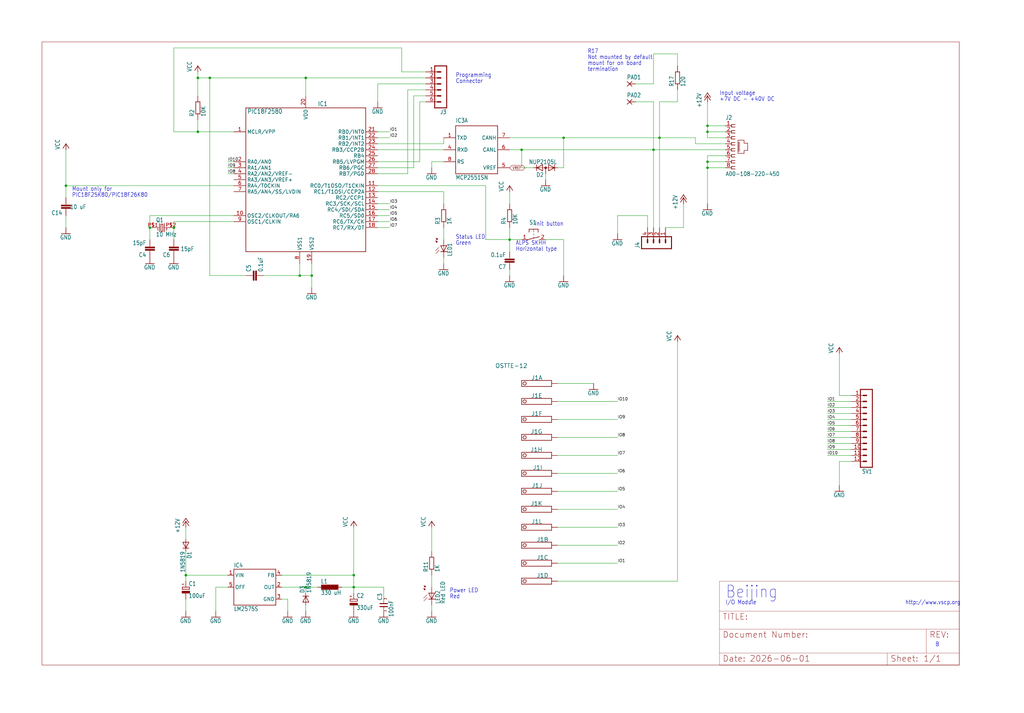
<source format=kicad_sch>
(kicad_sch (version 20250114) (generator "eeschema") (generator_version "9.0")
  (paper "User" 433.807 302.311)
  (lib_symbols
    (symbol "beijing_rev_B-eagle-import:+12V" (power)
      (symbol "+12V_1_0"
        (pin power_in line (at 0 -2.54 90) (length 2.54) (name "+12V") (number "1"))
      )
    )
    (symbol "beijing_rev_B-eagle-import:1,6/0,8"
      (property "Reference" "PAD" (at -1.143 1.8542 0))
      (symbol "1,6/0,8_1_0"
        (pin passive line (at 2.54 0 180) (length 2.54) (name "P") (number "1"))
      )
    )
    (symbol "beijing_rev_B-eagle-import:31-XX"
      (property "Reference" "S" (at -6.35 -1.905 90))
      (symbol "31-XX_1_0"
        (pin passive line (at 0 5.08 270) (length 2.54) (name "S") (number "2"))
        (pin passive line (at 0 -5.08 90) (length 2.54) (name "P") (number "1"))
      )
    )
    (symbol "beijing_rev_B-eagle-import:A00-108-220-450"
      (symbol "A00-108-220-450_1_0"
        (pin passive line (at 0 7.62 0) (length 2.54) (name "1") (number "1"))
        (pin passive line (at 0 5.08 0) (length 2.54) (name "2") (number "2"))
        (pin passive line (at 0 2.54 0) (length 2.54) (name "3") (number "3"))
        (pin passive line (at 0 0 0) (length 2.54) (name "4") (number "4"))
        (pin passive line (at 0 -2.54 0) (length 2.54) (name "5") (number "5"))
        (pin passive line (at 0 -5.08 0) (length 2.54) (name "6") (number "6"))
        (pin passive line (at 0 -7.62 0) (length 2.54) (name "7") (number "7"))
        (pin passive line (at 0 -10.16 0) (length 2.54) (name "8") (number "8"))
      )
    )
    (symbol "beijing_rev_B-eagle-import:C-EUC0805"
      (property "Reference" "C" (at 1.524 0.381 0))
      (symbol "C-EUC0805_1_0"
        (pin passive line (at 0 2.54 270) (length 2.54) (name "1") (number "1"))
        (pin passive line (at 0 -5.08 90) (length 2.54) (name "2") (number "2"))
      )
    )
    (symbol "beijing_rev_B-eagle-import:CNP-0805"
      (property "Reference" "C" (at 1.905 0.635 0))
      (symbol "CNP-0805_1_0"
        (text "1" (at -2.794 -1.27 0) (effects (font (size 0.8636 0.734)) (justify left bottom)))
        (text "2" (at 2.286 -1.27 0) (effects (font (size 0.8636 0.734)) (justify left bottom)))
        (pin passive line (at -2.54 0 0) (length 0) (name "1") (number "1"))
        (pin passive line (at 2.54 0 180) (length 0) (name "2") (number "2"))
      )
    )
    (symbol "beijing_rev_B-eagle-import:CPOL-EUD"
      (property "Reference" "C" (at 1.143 0.4826 0))
      (symbol "CPOL-EUD_1_0"
        (text "+" (at -0.5842 0.4064 900) (effects (font (size 1.27 1.0795)) (justify left bottom)))
        (pin passive line (at 0 2.54 270) (length 2.54) (name "+") (number "+"))
        (pin passive line (at 0 -5.08 90) (length 2.54) (name "-") (number "-"))
      )
    )
    (symbol "beijing_rev_B-eagle-import:DINA3_L"
      (symbol "DINA3_L_2_0"
        (text "TITLE:" (at 1.27 19.05 0) (effects (font (size 2.54 2.54)) (justify left bottom)))
        (text "Document Number:" (at 1.27 11.43 0) (effects (font (size 2.54 2.54)) (justify left bottom)))
        (text "Date:" (at 1.27 1.27 0) (effects (font (size 2.54 2.54)) (justify left bottom)))
        (text "${CURRENT_DATE}" (at 12.7 1.27 0) (effects (font (size 2.54 2.54)) (justify left bottom)))
        (text "${PROJECTNAME}" (at 17.78 19.05 0) (effects (font (size 2.54 2.54)) (justify left bottom)))
        (text "Sheet:" (at 72.39 1.27 0) (effects (font (size 2.54 2.54)) (justify left bottom)))
        (text "${#}/${##}" (at 86.36 1.27 0) (effects (font (size 2.54 2.54)) (justify left bottom)))
        (text "REV:" (at 88.9 11.43 0) (effects (font (size 2.54 2.54)) (justify left bottom)))
      )
    )
    (symbol "beijing_rev_B-eagle-import:DIODE-2CA|ACSOT23"
      (property "Reference" "D" (at 0.762 2.0066 0))
      (symbol "DIODE-2CA|ACSOT23_1_0"
        (pin passive line (at -5.08 0 0) (length 2.54) (name "K1") (number "1"))
        (pin passive line (at 0 2.54 270) (length 2.54) (name "A") (number "3"))
        (pin passive line (at 5.08 0 180) (length 2.54) (name "K2") (number "2"))
      )
    )
    (symbol "beijing_rev_B-eagle-import:DIODE-SOD123"
      (property "Reference" "D" (at 2.54 0.4826 0))
      (symbol "DIODE-SOD123_1_0"
        (pin passive line (at -2.54 0 0) (length 2.54) (name "A") (number "A"))
        (pin passive line (at 2.54 0 180) (length 2.54) (name "C") (number "C"))
      )
    )
    (symbol "beijing_rev_B-eagle-import:DO3316P"
      (property "Reference" "L" (at -3.81 1.4986 0))
      (symbol "DO3316P_1_0"
        (pin passive line (at -5.08 0 0) (length 2.54) (name "1") (number "1"))
        (pin passive line (at 5.08 0 180) (length 2.54) (name "2") (number "2"))
      )
    )
    (symbol "beijing_rev_B-eagle-import:GND" (power)
      (symbol "GND_1_0"
        (pin power_in line (at 0 2.54 270) (length 2.54) (name "GND") (number "1"))
      )
    )
    (symbol "beijing_rev_B-eagle-import:HC-49S"
      (symbol "HC-49S_1_0"
        (text "1" (at -2.159 -1.143 0) (effects (font (size 0.8636 0.734)) (justify left bottom)))
        (text "2" (at 1.524 -1.143 0) (effects (font (size 0.8636 0.734)) (justify left bottom)))
        (pin passive line (at -5.08 0 0) (length 2.54) (name "1") (number "P$1"))
        (pin passive line (at 5.08 0 180) (length 2.54) (name "2") (number "P$2"))
      )
    )
    (symbol "beijing_rev_B-eagle-import:LEDCHIP-LED0805"
      (property "Reference" "LED" (at 3.556 -4.572 90))
      (symbol "LEDCHIP-LED0805_1_0"
        (pin passive line (at 0 2.54 270) (length 2.54) (name "A") (number "A"))
        (pin passive line (at 0 -5.08 90) (length 2.54) (name "C") (number "C"))
      )
    )
    (symbol "beijing_rev_B-eagle-import:LM2575S"
      (property "Reference" "IC" (at -7.62 8.28 0))
      (symbol "LM2575S_1_0"
        (pin power_in line (at -10.16 5.08 0) (length 2.54) (name "VIN") (number "1"))
        (pin input line (at -10.16 0 0) (length 2.54) (name "OFF") (number "5"))
        (pin input line (at 12.7 5.08 180) (length 2.54) (name "FB") (number "4"))
        (pin output line (at 12.7 0 180) (length 2.54) (name "OUT") (number "2"))
        (pin power_in line (at 12.7 -5.08 180) (length 2.54) (name "GND") (number "3"))
      )
    )
    (symbol "beijing_rev_B-eagle-import:MA04-1"
      (property "Reference" "SV" (at -1.27 5.842 0))
      (symbol "MA04-1_1_0"
        (pin passive line (at 7.62 2.54 180) (length 5.08) (name "4") (number "4"))
        (pin passive line (at 7.62 0 180) (length 5.08) (name "3") (number "3"))
        (pin passive line (at 7.62 -2.54 180) (length 5.08) (name "2") (number "2"))
        (pin passive line (at 7.62 -5.08 180) (length 5.08) (name "1") (number "1"))
      )
    )
    (symbol "beijing_rev_B-eagle-import:MA06-1"
      (property "Reference" "SV" (at -1.27 8.382 0))
      (symbol "MA06-1_1_0"
        (pin passive line (at 7.62 5.08 180) (length 5.08) (name "6") (number "6"))
        (pin passive line (at 7.62 2.54 180) (length 5.08) (name "5") (number "5"))
        (pin passive line (at 7.62 0 180) (length 5.08) (name "4") (number "4"))
        (pin passive line (at 7.62 -2.54 180) (length 5.08) (name "3") (number "3"))
        (pin passive line (at 7.62 -5.08 180) (length 5.08) (name "2") (number "2"))
        (pin passive line (at 7.62 -7.62 180) (length 5.08) (name "1") (number "1"))
      )
    )
    (symbol "beijing_rev_B-eagle-import:MA12-1"
      (property "Reference" "SV" (at -1.27 18.542 0))
      (symbol "MA12-1_1_0"
        (pin passive line (at 7.62 15.24 180) (length 5.08) (name "12") (number "12"))
        (pin passive line (at 7.62 12.7 180) (length 5.08) (name "11") (number "11"))
        (pin passive line (at 7.62 10.16 180) (length 5.08) (name "10") (number "10"))
        (pin passive line (at 7.62 7.62 180) (length 5.08) (name "9") (number "9"))
        (pin passive line (at 7.62 5.08 180) (length 5.08) (name "8") (number "8"))
        (pin passive line (at 7.62 2.54 180) (length 5.08) (name "7") (number "7"))
        (pin passive line (at 7.62 0 180) (length 5.08) (name "6") (number "6"))
        (pin passive line (at 7.62 -2.54 180) (length 5.08) (name "5") (number "5"))
        (pin passive line (at 7.62 -5.08 180) (length 5.08) (name "4") (number "4"))
        (pin passive line (at 7.62 -7.62 180) (length 5.08) (name "3") (number "3"))
        (pin passive line (at 7.62 -10.16 180) (length 5.08) (name "2") (number "2"))
        (pin passive line (at 7.62 -12.7 180) (length 5.08) (name "1") (number "1"))
      )
    )
    (symbol "beijing_rev_B-eagle-import:MCP2551SN"
      (property "Reference" "U" (at -2.54 0 0))
      (symbol "MCP2551SN_1_0"
        (pin input line (at -15.24 5.08 0) (length 5.08) (name "TXD") (number "1"))
        (pin output line (at -15.24 0 0) (length 5.08) (name "RXD") (number "4"))
        (pin input line (at -15.24 -5.08 0) (length 5.08) (name "RS") (number "8"))
        (pin bidirectional line (at 12.7 5.08 180) (length 5.08) (name "CANH") (number "7"))
        (pin bidirectional line (at 12.7 0 180) (length 5.08) (name "CANL") (number "6"))
        (pin power_in line (at 12.7 -7.62 180) (length 5.08) (name "VREF") (number "5"))
      )
      (symbol "MCP2551SN_2_0"
        (text "VDD" (at 2.54 2.54 900) (effects (font (size 1.4224 1.209)) (justify left bottom)))
        (text "VDD" (at 2.54 2.54 900) (effects (font (size 1.4224 1.209)) (justify left bottom)))
        (text "VSS" (at 2.54 -7.62 900) (effects (font (size 1.4224 1.209)) (justify left bottom)))
        (text "VSS" (at 2.54 -7.62 900) (effects (font (size 1.4224 1.209)) (justify left bottom)))
        (pin power_in line (at 0 7.62 270) (length 5.08) (name "VDD") (number "3"))
        (pin power_in line (at 0 -7.62 90) (length 5.08) (name "VSS") (number "2"))
      )
    )
    (symbol "beijing_rev_B-eagle-import:OSTTE-12"
      (symbol "OSTTE-12_1_0"
        (pin passive line (at -7.62 0 0) (length 2.54) (name "K") (number "1"))
      )
      (symbol "OSTTE-12_2_0"
        (pin passive line (at -7.62 0 0) (length 2.54) (name "K") (number "10"))
      )
      (symbol "OSTTE-12_3_0"
        (pin passive line (at -7.62 0 0) (length 2.54) (name "K") (number "11"))
      )
      (symbol "OSTTE-12_4_0"
        (pin passive line (at -7.62 0 0) (length 2.54) (name "K") (number "12"))
      )
      (symbol "OSTTE-12_5_0"
        (pin passive line (at -7.62 0 0) (length 2.54) (name "K") (number "2"))
      )
      (symbol "OSTTE-12_6_0"
        (pin passive line (at -7.62 0 0) (length 2.54) (name "K") (number "3"))
      )
      (symbol "OSTTE-12_7_0"
        (pin passive line (at -7.62 0 0) (length 2.54) (name "K") (number "4"))
      )
      (symbol "OSTTE-12_8_0"
        (pin passive line (at -7.62 0 0) (length 2.54) (name "K") (number "5"))
      )
      (symbol "OSTTE-12_9_0"
        (pin passive line (at -7.62 0 0) (length 2.54) (name "K") (number "6"))
      )
      (symbol "OSTTE-12_10_0"
        (pin passive line (at -7.62 0 0) (length 2.54) (name "K") (number "7"))
      )
      (symbol "OSTTE-12_11_0"
        (pin passive line (at -7.62 0 0) (length 2.54) (name "K") (number "8"))
      )
      (symbol "OSTTE-12_12_0"
        (pin passive line (at -7.62 0 0) (length 2.54) (name "K") (number "9"))
      )
    )
    (symbol "beijing_rev_B-eagle-import:PIC18F252-?I/SO"
      (property "Reference" "IC" (at 5.08 31.115 0))
      (symbol "PIC18F252-?I/SO_1_0"
        (pin input line (at -30.48 20.32 0) (length 5.08) (name "MCLR/VPP") (number "1"))
        (pin bidirectional line (at -30.48 7.62 0) (length 5.08) (name "RA0/AN0") (number "2"))
        (pin bidirectional line (at -30.48 5.08 0) (length 5.08) (name "RA1/AN1") (number "3"))
        (pin bidirectional line (at -30.48 2.54 0) (length 5.08) (name "RA2/AN2/VREF-") (number "4"))
        (pin bidirectional line (at -30.48 0 0) (length 5.08) (name "RA3/AN3/VREF+") (number "5"))
        (pin open_collector line (at -30.48 -2.54 0) (length 5.08) (name "RA4/T0CKIN") (number "6"))
        (pin bidirectional line (at -30.48 -5.08 0) (length 5.08) (name "RA5/AN4/SS/LVDIN") (number "7"))
        (pin output line (at -30.48 -15.24 0) (length 5.08) (name "OSC2/CLKOUT/RA6") (number "10"))
        (pin input line (at -30.48 -17.78 0) (length 5.08) (name "OSC1/CLKIN") (number "9"))
        (pin power_in line (at -2.54 -35.56 90) (length 5.08) (name "VSS1") (number "8"))
        (pin power_in line (at 0 35.56 270) (length 5.08) (name "VDD") (number "20"))
        (pin power_in line (at 2.54 -35.56 90) (length 5.08) (name "VSS2") (number "19"))
        (pin bidirectional line (at 30.48 20.32 180) (length 5.08) (name "RB0/INT0") (number "21"))
        (pin bidirectional line (at 30.48 17.78 180) (length 5.08) (name "RB1/INT1") (number "22"))
        (pin bidirectional line (at 30.48 15.24 180) (length 5.08) (name "RB2/INT2") (number "23"))
        (pin bidirectional line (at 30.48 12.7 180) (length 5.08) (name "RB3/CCP2B") (number "24"))
        (pin bidirectional line (at 30.48 10.16 180) (length 5.08) (name "RB4") (number "25"))
        (pin bidirectional line (at 30.48 7.62 180) (length 5.08) (name "RB5/LVPGM") (number "26"))
        (pin bidirectional line (at 30.48 5.08 180) (length 5.08) (name "RB6/PGC") (number "27"))
        (pin bidirectional line (at 30.48 2.54 180) (length 5.08) (name "RB7/PGD") (number "28"))
        (pin bidirectional line (at 30.48 -2.54 180) (length 5.08) (name "RC0/T1OSO/T1CKIN") (number "11"))
        (pin bidirectional line (at 30.48 -5.08 180) (length 5.08) (name "RC1/T1OSI/CCP2A") (number "12"))
        (pin bidirectional line (at 30.48 -7.62 180) (length 5.08) (name "RC2/CCP1") (number "13"))
        (pin bidirectional line (at 30.48 -10.16 180) (length 5.08) (name "RC3/SCK/SCL") (number "14"))
        (pin bidirectional line (at 30.48 -12.7 180) (length 5.08) (name "RC4/SDI/SDA") (number "15"))
        (pin bidirectional line (at 30.48 -15.24 180) (length 5.08) (name "RC5/SD0") (number "16"))
        (pin bidirectional line (at 30.48 -17.78 180) (length 5.08) (name "RC6/TX/CK") (number "17"))
        (pin bidirectional line (at 30.48 -20.32 180) (length 5.08) (name "RC7/RX/DT") (number "18"))
      )
    )
    (symbol "beijing_rev_B-eagle-import:R-EU_R0805"
      (property "Reference" "R" (at -3.81 1.4986 0))
      (symbol "R-EU_R0805_1_0"
        (pin passive line (at -5.08 0 0) (length 2.54) (name "1") (number "1"))
        (pin passive line (at 5.08 0 180) (length 2.54) (name "2") (number "2"))
      )
    )
    (symbol "beijing_rev_B-eagle-import:VCC" (power)
      (symbol "VCC_1_0"
        (pin power_in line (at 0 -2.54 90) (length 2.54) (name "VCC") (number "1"))
      )
    )
  )
  (text "Status LED" (at 193.04 101.6 0) (effects (font (size 1.778 1.5113)) (justify left bottom)))
  (text "Mount only for" (at 30.48 81.28 0) (effects (font (size 1.778 1.5113)) (justify left bottom)))
  (text "B" (at 396.24 274.32 0) (effects (font (size 1.778 1.5113)) (justify left bottom)))
  (text "Init button" (at 238.76 93.98 0) (effects (font (size 1.778 1.5113)) (justify right top)))
  (text "R17" (at 248.92 22.86 0) (effects (font (size 1.778 1.5113)) (justify left bottom)))
  (text "ALPS SKHH" (at 218.44 104.14 0) (effects (font (size 1.778 1.5113)) (justify left bottom)))
  (text "Red" (at 190.5 254 0) (effects (font (size 1.778 1.5113)) (justify left bottom)))
  (text "http://www.vscp.org" (at 383.54 256.54 0) (effects (font (size 1.778 1.5113)) (justify left bottom)))
  (text "mount for on board" (at 248.92 27.94 0) (effects (font (size 1.778 1.5113)) (justify left bottom)))
  (text "I/O Module" (at 307.34 256.54 0) (effects (font (size 1.778 1.5113)) (justify left bottom)))
  (text "Not mounted by default" (at 248.92 25.4 0) (effects (font (size 1.778 1.5113)) (justify left bottom)))
  (text "Connector" (at 193.04 35.56 0) (effects (font (size 1.778 1.5113)) (justify left bottom)))
  (text "PIC18F25K80/PIC18F26K80" (at 30.48 83.82 0) (effects (font (size 1.778 1.5113)) (justify left bottom)))
  (text "Input voltage" (at 304.8 40.64 0) (effects (font (size 1.778 1.5113)) (justify left bottom)))
  (text "termination" (at 248.92 30.48 0) (effects (font (size 1.778 1.5113)) (justify left bottom)))
  (text "Power LED" (at 190.5 251.46 0) (effects (font (size 1.778 1.5113)) (justify left bottom)))
  (text "Beijing" (at 307.34 254 0) (effects (font (size 5.08 4.318)) (justify left bottom)))
  (text "Green" (at 193.04 104.14 0) (effects (font (size 1.778 1.5113)) (justify left bottom)))
  (text "Horizontal type" (at 218.44 106.68 0) (effects (font (size 1.778 1.5113)) (justify left bottom)))
  (text "+7V DC - +40V DC" (at 304.8 43.18 0) (effects (font (size 1.778 1.5113)) (justify left bottom)))
  (text "Programming" (at 193.04 33.02 0) (effects (font (size 1.778 1.5113)) (justify left bottom)))
  (junction (at 78.74 243.84))
  (junction (at 63.5 96.52))
  (junction (at 215.9 101.6))
  (junction (at 299.72 71.12))
  (junction (at 83.82 33.02))
  (junction (at 276.86 63.5))
  (junction (at 299.72 53.34))
  (junction (at 129.54 248.92))
  (junction (at 132.08 116.84))
  (junction (at 220.98 63.5))
  (junction (at 238.76 58.42))
  (junction (at 83.82 55.88))
  (junction (at 149.86 248.92))
  (junction (at 73.66 96.52))
  (junction (at 27.94 78.74))
  (junction (at 88.9 33.02))
  (junction (at 149.86 243.84))
  (junction (at 299.72 68.58))
  (junction (at 129.54 33.02))
  (junction (at 127 116.84))
  (junction (at 299.72 55.88))
  (junction (at 279.4 58.42))
  (wire (pts (xy 231.14 76.2) (xy 231.14 73.66)) (stroke (width 0.1524)))
  (wire (pts (xy 78.74 228.6) (xy 78.74 223.52)) (stroke (width 0.1524)))
  (wire (pts (xy 160.02 81.28) (xy 187.96 81.28)) (stroke (width 0.1524)))
  (wire (pts (xy 360.68 182.88) (xy 350.52 182.88)) (stroke (width 0.1524)))
  (wire (pts (xy 119.38 243.84) (xy 149.86 243.84)) (stroke (width 0.1524)))
  (wire (pts (xy 231.14 101.6) (xy 238.76 101.6)) (stroke (width 0.1524)))
  (wire (pts (xy 360.68 177.8) (xy 350.52 177.8)) (stroke (width 0.1524)))
  (wire (pts (xy 307.34 71.12) (xy 299.72 71.12)) (stroke (width 0.1524)))
  (wire (pts (xy 269.24 43.18) (xy 276.86 43.18)) (stroke (width 0.1524)))
  (wire (pts (xy 360.68 175.26) (xy 350.52 175.26)) (stroke (width 0.1524)))
  (wire (pts (xy 160.02 43.18) (xy 160.02 35.56)) (stroke (width 0.1524)))
  (wire (pts (xy 73.66 20.32) (xy 73.66 55.88)) (stroke (width 0.1524)))
  (wire (pts (xy 287.02 22.86) (xy 276.86 22.86)) (stroke (width 0.1524)))
  (wire (pts (xy 236.22 200.66) (xy 261.62 200.66)) (stroke (width 0.1524)))
  (wire (pts (xy 99.06 71.12) (xy 96.52 71.12)) (stroke (width 0.1524)))
  (wire (pts (xy 279.4 96.52) (xy 279.4 58.42)) (stroke (width 0.1524)))
  (wire (pts (xy 299.72 55.88) (xy 299.72 53.34)) (stroke (width 0.1524)))
  (wire (pts (xy 360.68 170.18) (xy 350.52 170.18)) (stroke (width 0.1524)))
  (wire (pts (xy 187.96 101.6) (xy 187.96 96.52)) (stroke (width 0.1524)))
  (wire (pts (xy 307.34 58.42) (xy 299.72 58.42)) (stroke (width 0.1524)))
  (wire (pts (xy 294.64 60.96) (xy 307.34 60.96)) (stroke (width 0.1524)))
  (wire (pts (xy 238.76 101.6) (xy 238.76 116.84)) (stroke (width 0.1524)))
  (wire (pts (xy 73.66 93.98) (xy 99.06 93.98)) (stroke (width 0.1524)))
  (wire (pts (xy 236.22 246.38) (xy 287.02 246.38)) (stroke (width 0.1524)))
  (wire (pts (xy 63.5 91.44) (xy 63.5 96.52)) (stroke (width 0.1524)))
  (wire (pts (xy 238.76 71.12) (xy 238.76 58.42)) (stroke (width 0.1524)))
  (wire (pts (xy 269.24 35.56) (xy 276.86 35.56)) (stroke (width 0.1524)))
  (wire (pts (xy 83.82 40.64) (xy 83.82 33.02)) (stroke (width 0.1524)))
  (wire (pts (xy 360.68 167.64) (xy 355.6 167.64)) (stroke (width 0.1524)))
  (wire (pts (xy 236.22 193.04) (xy 261.62 193.04)) (stroke (width 0.1524)))
  (wire (pts (xy 78.74 246.38) (xy 78.74 243.84)) (stroke (width 0.1524)))
  (wire (pts (xy 276.86 96.52) (xy 276.86 63.5)) (stroke (width 0.1524)))
  (wire (pts (xy 215.9 86.36) (xy 215.9 81.28)) (stroke (width 0.1524)))
  (wire (pts (xy 279.4 43.18) (xy 279.4 58.42)) (stroke (width 0.1524)))
  (wire (pts (xy 99.06 68.58) (xy 96.52 68.58)) (stroke (width 0.1524)))
  (wire (pts (xy 73.66 101.6) (xy 73.66 96.52)) (stroke (width 0.1524)))
  (wire (pts (xy 220.98 71.12) (xy 220.98 63.5)) (stroke (width 0.1524)))
  (wire (pts (xy 132.08 121.92) (xy 132.08 116.84)) (stroke (width 0.1524)))
  (wire (pts (xy 299.72 53.34) (xy 299.72 43.18)) (stroke (width 0.1524)))
  (wire (pts (xy 307.34 66.04) (xy 299.72 66.04)) (stroke (width 0.1524)))
  (wire (pts (xy 307.34 68.58) (xy 299.72 68.58)) (stroke (width 0.1524)))
  (wire (pts (xy 236.22 208.28) (xy 261.62 208.28)) (stroke (width 0.1524)))
  (wire (pts (xy 160.02 78.74) (xy 205.74 78.74)) (stroke (width 0.1524)))
  (wire (pts (xy 299.72 58.42) (xy 299.72 55.88)) (stroke (width 0.1524)))
  (wire (pts (xy 360.68 193.04) (xy 350.52 193.04)) (stroke (width 0.1524)))
  (wire (pts (xy 236.22 223.52) (xy 261.62 223.52)) (stroke (width 0.1524)))
  (wire (pts (xy 129.54 33.02) (xy 180.34 33.02)) (stroke (width 0.1524)))
  (wire (pts (xy 177.8 43.18) (xy 177.8 68.58)) (stroke (width 0.1524)))
  (wire (pts (xy 170.18 20.32) (xy 73.66 20.32)) (stroke (width 0.1524)))
  (wire (pts (xy 180.34 43.18) (xy 177.8 43.18)) (stroke (width 0.1524)))
  (wire (pts (xy 205.74 78.74) (xy 205.74 101.6)) (stroke (width 0.1524)))
  (wire (pts (xy 215.9 58.42) (xy 238.76 58.42)) (stroke (width 0.1524)))
  (wire (pts (xy 215.9 101.6) (xy 215.9 106.68)) (stroke (width 0.1524)))
  (wire (pts (xy 149.86 251.46) (xy 149.86 248.92)) (stroke (width 0.1524)))
  (wire (pts (xy 215.9 63.5) (xy 220.98 63.5)) (stroke (width 0.1524)))
  (wire (pts (xy 215.9 101.6) (xy 220.98 101.6)) (stroke (width 0.1524)))
  (wire (pts (xy 281.94 96.52) (xy 289.56 96.52)) (stroke (width 0.1524)))
  (wire (pts (xy 73.66 55.88) (xy 83.82 55.88)) (stroke (width 0.1524)))
  (wire (pts (xy 160.02 58.42) (xy 165.1 58.42)) (stroke (width 0.1524)))
  (wire (pts (xy 129.54 40.64) (xy 129.54 33.02)) (stroke (width 0.1524)))
  (wire (pts (xy 182.88 256.54) (xy 182.88 259.08)) (stroke (width 0.1524)))
  (wire (pts (xy 63.5 96.52) (xy 63.5 101.6)) (stroke (width 0.1524)))
  (wire (pts (xy 175.26 40.64) (xy 180.34 40.64)) (stroke (width 0.1524)))
  (wire (pts (xy 360.68 172.72) (xy 350.52 172.72)) (stroke (width 0.1524)))
  (wire (pts (xy 294.64 58.42) (xy 294.64 60.96)) (stroke (width 0.1524)))
  (wire (pts (xy 160.02 63.5) (xy 187.96 63.5)) (stroke (width 0.1524)))
  (wire (pts (xy 187.96 60.96) (xy 187.96 58.42)) (stroke (width 0.1524)))
  (wire (pts (xy 187.96 81.28) (xy 187.96 86.36)) (stroke (width 0.1524)))
  (wire (pts (xy 160.02 71.12) (xy 175.26 71.12)) (stroke (width 0.1524)))
  (wire (pts (xy 160.02 35.56) (xy 180.34 35.56)) (stroke (width 0.1524)))
  (wire (pts (xy 170.18 30.48) (xy 170.18 20.32)) (stroke (width 0.1524)))
  (wire (pts (xy 299.72 66.04) (xy 299.72 68.58)) (stroke (width 0.1524)))
  (wire (pts (xy 149.86 243.84) (xy 149.86 223.52)) (stroke (width 0.1524)))
  (wire (pts (xy 172.72 38.1) (xy 172.72 73.66)) (stroke (width 0.1524)))
  (wire (pts (xy 236.22 170.18) (xy 261.62 170.18)) (stroke (width 0.1524)))
  (wire (pts (xy 236.22 185.42) (xy 261.62 185.42)) (stroke (width 0.1524)))
  (wire (pts (xy 215.9 101.6) (xy 205.74 101.6)) (stroke (width 0.1524)))
  (wire (pts (xy 127 116.84) (xy 132.08 116.84)) (stroke (width 0.1524)))
  (wire (pts (xy 119.38 254) (xy 121.92 254)) (stroke (width 0.1524)))
  (wire (pts (xy 299.72 71.12) (xy 299.72 86.36)) (stroke (width 0.1524)))
  (wire (pts (xy 360.68 195.58) (xy 355.6 195.58)) (stroke (width 0.1524)))
  (wire (pts (xy 132.08 116.84) (xy 132.08 111.76)) (stroke (width 0.1524)))
  (wire (pts (xy 287.02 43.18) (xy 279.4 43.18)) (stroke (width 0.1524)))
  (wire (pts (xy 182.88 71.12) (xy 182.88 68.58)) (stroke (width 0.1524)))
  (wire (pts (xy 182.88 248.92) (xy 182.88 243.84)) (stroke (width 0.1524)))
  (wire (pts (xy 160.02 55.88) (xy 165.1 55.88)) (stroke (width 0.1524)))
  (wire (pts (xy 129.54 248.92) (xy 134.62 248.92)) (stroke (width 0.1524)))
  (wire (pts (xy 172.72 73.66) (xy 160.02 73.66)) (stroke (width 0.1524)))
  (wire (pts (xy 160.02 91.44) (xy 165.1 91.44)) (stroke (width 0.1524)))
  (wire (pts (xy 182.88 68.58) (xy 187.96 68.58)) (stroke (width 0.1524)))
  (wire (pts (xy 160.02 96.52) (xy 165.1 96.52)) (stroke (width 0.1524)))
  (wire (pts (xy 99.06 91.44) (xy 63.5 91.44)) (stroke (width 0.1524)))
  (wire (pts (xy 276.86 43.18) (xy 276.86 63.5)) (stroke (width 0.1524)))
  (wire (pts (xy 220.98 63.5) (xy 276.86 63.5)) (stroke (width 0.1524)))
  (wire (pts (xy 355.6 195.58) (xy 355.6 205.74)) (stroke (width 0.1524)))
  (wire (pts (xy 299.72 68.58) (xy 299.72 71.12)) (stroke (width 0.1524)))
  (wire (pts (xy 96.52 243.84) (xy 78.74 243.84)) (stroke (width 0.1524)))
  (wire (pts (xy 78.74 254) (xy 78.74 259.08)) (stroke (width 0.1524)))
  (wire (pts (xy 73.66 96.52) (xy 73.66 93.98)) (stroke (width 0.1524)))
  (wire (pts (xy 274.32 96.52) (xy 274.32 91.44)) (stroke (width 0.1524)))
  (wire (pts (xy 276.86 35.56) (xy 276.86 22.86)) (stroke (width 0.1524)))
  (wire (pts (xy 215.9 96.52) (xy 215.9 101.6)) (stroke (width 0.1524)))
  (wire (pts (xy 99.06 78.74) (xy 27.94 78.74)) (stroke (width 0.1524)))
  (wire (pts (xy 111.76 116.84) (xy 127 116.84)) (stroke (width 0.1524)))
  (wire (pts (xy 160.02 60.96) (xy 187.96 60.96)) (stroke (width 0.1524)))
  (wire (pts (xy 127 111.76) (xy 127 116.84)) (stroke (width 0.1524)))
  (wire (pts (xy 83.82 50.8) (xy 83.82 55.88)) (stroke (width 0.1524)))
  (wire (pts (xy 83.82 33.02) (xy 83.82 30.48)) (stroke (width 0.1524)))
  (wire (pts (xy 236.22 162.56) (xy 251.46 162.56)) (stroke (width 0.1524)))
  (wire (pts (xy 180.34 30.48) (xy 170.18 30.48)) (stroke (width 0.1524)))
  (wire (pts (xy 236.22 177.8) (xy 261.62 177.8)) (stroke (width 0.1524)))
  (wire (pts (xy 360.68 185.42) (xy 350.52 185.42)) (stroke (width 0.1524)))
  (wire (pts (xy 226.06 71.12) (xy 220.98 71.12)) (stroke (width 0.1524)))
  (wire (pts (xy 279.4 58.42) (xy 294.64 58.42)) (stroke (width 0.1524)))
  (wire (pts (xy 149.86 248.92) (xy 162.56 248.92)) (stroke (width 0.1524)))
  (wire (pts (xy 261.62 91.44) (xy 261.62 99.06)) (stroke (width 0.1524)))
  (wire (pts (xy 160.02 88.9) (xy 165.1 88.9)) (stroke (width 0.1524)))
  (wire (pts (xy 160.02 86.36) (xy 165.1 86.36)) (stroke (width 0.1524)))
  (wire (pts (xy 27.94 78.74) (xy 27.94 83.82)) (stroke (width 0.1524)))
  (wire (pts (xy 177.8 68.58) (xy 160.02 68.58)) (stroke (width 0.1524)))
  (wire (pts (xy 289.56 96.52) (xy 289.56 86.36)) (stroke (width 0.1524)))
  (wire (pts (xy 215.9 114.3) (xy 215.9 116.84)) (stroke (width 0.1524)))
  (wire (pts (xy 162.56 248.92) (xy 162.56 254)) (stroke (width 0.1524)))
  (wire (pts (xy 121.92 254) (xy 121.92 259.08)) (stroke (width 0.1524)))
  (wire (pts (xy 27.94 96.52) (xy 27.94 91.44)) (stroke (width 0.1524)))
  (wire (pts (xy 78.74 233.68) (xy 78.74 243.84)) (stroke (width 0.1524)))
  (wire (pts (xy 119.38 248.92) (xy 129.54 248.92)) (stroke (width 0.1524)))
  (wire (pts (xy 360.68 187.96) (xy 350.52 187.96)) (stroke (width 0.1524)))
  (wire (pts (xy 27.94 78.74) (xy 27.94 63.5)) (stroke (width 0.1524)))
  (wire (pts (xy 307.34 55.88) (xy 299.72 55.88)) (stroke (width 0.1524)))
  (wire (pts (xy 187.96 109.22) (xy 187.96 111.76)) (stroke (width 0.1524)))
  (wire (pts (xy 287.02 38.1) (xy 287.02 43.18)) (stroke (width 0.1524)))
  (wire (pts (xy 88.9 33.02) (xy 83.82 33.02)) (stroke (width 0.1524)))
  (wire (pts (xy 360.68 180.34) (xy 350.52 180.34)) (stroke (width 0.1524)))
  (wire (pts (xy 307.34 53.34) (xy 299.72 53.34)) (stroke (width 0.1524)))
  (wire (pts (xy 129.54 33.02) (xy 88.9 33.02)) (stroke (width 0.1524)))
  (wire (pts (xy 274.32 91.44) (xy 261.62 91.44)) (stroke (width 0.1524)))
  (wire (pts (xy 104.14 116.84) (xy 88.9 116.84)) (stroke (width 0.1524)))
  (wire (pts (xy 236.22 215.9) (xy 261.62 215.9)) (stroke (width 0.1524)))
  (wire (pts (xy 129.54 256.54) (xy 129.54 259.08)) (stroke (width 0.1524)))
  (wire (pts (xy 91.44 248.92) (xy 91.44 259.08)) (stroke (width 0.1524)))
  (wire (pts (xy 236.22 231.14) (xy 261.62 231.14)) (stroke (width 0.1524)))
  (wire (pts (xy 360.68 190.5) (xy 350.52 190.5)) (stroke (width 0.1524)))
  (wire (pts (xy 160.02 93.98) (xy 165.1 93.98)) (stroke (width 0.1524)))
  (wire (pts (xy 276.86 63.5) (xy 307.34 63.5)) (stroke (width 0.1524)))
  (wire (pts (xy 355.6 167.64) (xy 355.6 149.86)) (stroke (width 0.1524)))
  (wire (pts (xy 96.52 248.92) (xy 91.44 248.92)) (stroke (width 0.1524)))
  (wire (pts (xy 236.22 71.12) (xy 238.76 71.12)) (stroke (width 0.1524)))
  (wire (pts (xy 182.88 233.68) (xy 182.88 223.52)) (stroke (width 0.1524)))
  (wire (pts (xy 287.02 246.38) (xy 287.02 144.78)) (stroke (width 0.1524)))
  (wire (pts (xy 180.34 38.1) (xy 172.72 38.1)) (stroke (width 0.1524)))
  (wire (pts (xy 99.06 73.66) (xy 96.52 73.66)) (stroke (width 0.1524)))
  (wire (pts (xy 175.26 71.12) (xy 175.26 40.64)) (stroke (width 0.1524)))
  (wire (pts (xy 129.54 251.46) (xy 129.54 248.92)) (stroke (width 0.1524)))
  (wire (pts (xy 83.82 55.88) (xy 99.06 55.88)) (stroke (width 0.1524)))
  (wire (pts (xy 238.76 58.42) (xy 279.4 58.42)) (stroke (width 0.1524)))
  (wire (pts (xy 236.22 238.76) (xy 261.62 238.76)) (stroke (width 0.1524)))
  (wire (pts (xy 88.9 116.84) (xy 88.9 33.02)) (stroke (width 0.1524)))
  (wire (pts (xy 149.86 243.84) (xy 149.86 248.92)) (stroke (width 0.1524)))
  (wire (pts (xy 287.02 27.94) (xy 287.02 22.86)) (stroke (width 0.1524)))
  (wire (pts (xy 149.86 248.92) (xy 144.78 248.92)) (stroke (width 0.1524)))
  (label "IO8" (at 96.52 73.66 0) (effects (font (size 1.2446 1.2446))))
  (label "IO3" (at 350.52 175.26 0) (effects (font (size 1.2446 1.2446))))
  (label "IO1" (at 165.1 55.88 0) (effects (font (size 1.2446 1.2446))))
  (label "IO1" (at 261.62 238.76 0) (effects (font (size 1.2446 1.2446))))
  (label "IO7" (at 165.1 96.52 0) (effects (font (size 1.2446 1.2446))))
  (label "IO5" (at 165.1 91.44 0) (effects (font (size 1.2446 1.2446))))
  (label "IO5" (at 350.52 180.34 0) (effects (font (size 1.2446 1.2446))))
  (label "IO6" (at 350.52 182.88 0) (effects (font (size 1.2446 1.2446))))
  (label "IO2" (at 350.52 172.72 0) (effects (font (size 1.2446 1.2446))))
  (label "IO8" (at 261.62 185.42 0) (effects (font (size 1.2446 1.2446))))
  (label "IO4" (at 165.1 88.9 0) (effects (font (size 1.2446 1.2446))))
  (label "IO8" (at 350.52 187.96 0) (effects (font (size 1.2446 1.2446))))
  (label "IO7" (at 350.52 185.42 0) (effects (font (size 1.2446 1.2446))))
  (label "IO6" (at 261.62 200.66 0) (effects (font (size 1.2446 1.2446))))
  (label "IO9" (at 350.52 190.5 0) (effects (font (size 1.2446 1.2446))))
  (label "IO9" (at 96.52 71.12 0) (effects (font (size 1.2446 1.2446))))
  (label "IO9" (at 261.62 177.8 0) (effects (font (size 1.2446 1.2446))))
  (label "IO4" (at 261.62 215.9 0) (effects (font (size 1.2446 1.2446))))
  (label "IO10" (at 261.62 170.18 0) (effects (font (size 1.2446 1.2446))))
  (label "IO2" (at 165.1 58.42 0) (effects (font (size 1.2446 1.2446))))
  (label "IO3" (at 165.1 86.36 0) (effects (font (size 1.2446 1.2446))))
  (label "IO5" (at 261.62 208.28 0) (effects (font (size 1.2446 1.2446))))
  (label "IO2" (at 261.62 231.14 0) (effects (font (size 1.2446 1.2446))))
  (label "IO3" (at 261.62 223.52 0) (effects (font (size 1.2446 1.2446))))
  (label "IO4" (at 350.52 177.8 0) (effects (font (size 1.2446 1.2446))))
  (label "IO7" (at 261.62 193.04 0) (effects (font (size 1.2446 1.2446))))
  (label "IO1" (at 350.52 170.18 0) (effects (font (size 1.2446 1.2446))))
  (label "IO10" (at 350.52 193.04 0) (effects (font (size 1.2446 1.2446))))
  (label "IO6" (at 165.1 93.98 0) (effects (font (size 1.2446 1.2446))))
  (label "IO10" (at 96.52 68.58 0) (effects (font (size 1.2446 1.2446))))
  (global_label "VREF" (shape bidirectional) (at 215.9 71.12 0) (effects (font (size 1.016 1.016))) (property "Intersheetrefs" "${INTERSHEET_REFS}" (effects (hide yes))))
  (symbol (lib_id "beijing_rev_B-eagle-import:GND") (at 182.88 73.66 0) (unit 1)
    (property "Reference" "#GND12" (effects (hide yes)))
    (property "Value" "GND" (at 180.34 76.2 0) (effects (font (size 1.778 1.5113)) (justify left bottom)))
  )
  (symbol (lib_id "beijing_rev_B-eagle-import:OSTTE-12") (at 228.6 208.28 180) (unit 10)
    (property "Reference" "J1" (at 229.87 204.851 0) (effects (font (size 1.778 1.778)) (justify left bottom)))
    (property "Value" "OSTTE-12" (effects (hide yes)))
    (property "Footprint" "beijing_rev_B:PINHEAD-12" (effects (hide yes)))
  )
  (symbol (lib_id "beijing_rev_B-eagle-import:GND") (at 238.76 119.38 0) (unit 1)
    (property "Reference" "#GND11" (effects (hide yes)))
    (property "Value" "GND" (at 236.22 121.92 0) (effects (font (size 1.778 1.5113)) (justify left bottom)))
  )
  (symbol (lib_id "beijing_rev_B-eagle-import:LM2575S") (at 106.68 248.92 0) (unit 1)
    (property "Reference" "IC4" (at 99.06 240.64 0) (effects (font (size 1.778 1.5113)) (justify left bottom)))
    (property "Value" "LM2575S" (at 99.06 259.08 0) (effects (font (size 1.778 1.5113)) (justify left bottom)))
    (property "Footprint" "beijing_rev_B:TO263-5" (effects (hide yes)))
  )
  (symbol (lib_id "beijing_rev_B-eagle-import:R-EU_R0805") (at 83.82 45.72 90) (unit 1)
    (property "Reference" "R2" (at 82.3214 49.53 0) (effects (font (size 1.778 1.5113)) (justify left bottom)))
    (property "Value" "10K" (at 87.122 49.53 0) (effects (font (size 1.778 1.5113)) (justify left bottom)))
    (property "Footprint" "beijing_rev_B:R0805" (effects (hide yes)))
  )
  (symbol (lib_id "beijing_rev_B-eagle-import:DINA3_L") (at 304.8 281.94 0) (unit 2)
    (property "Reference" "#FRAME1" (effects (hide yes)))
    (property "Value" "DINA3_L" (effects (hide yes)))
  )
  (symbol (lib_id "beijing_rev_B-eagle-import:A00-108-220-450") (at 307.34 60.96 0) (unit 1)
    (property "Reference" "J2" (at 307.34 50.8 0) (effects (font (size 1.778 1.5113)) (justify left bottom)))
    (property "Value" "A00-108-220-450" (at 307.34 74.676 0) (effects (font (size 1.778 1.5113)) (justify left bottom)))
    (property "Footprint" "beijing_rev_B:RJ-45" (effects (hide yes)))
  )
  (symbol (lib_id "beijing_rev_B-eagle-import:GND") (at 63.5 111.76 0) (unit 1)
    (property "Reference" "#GND8" (effects (hide yes)))
    (property "Value" "GND" (at 60.96 114.3 0) (effects (font (size 1.778 1.5113)) (justify left bottom)))
  )
  (symbol (lib_id "beijing_rev_B-eagle-import:MA12-1") (at 368.3 180.34 180) (unit 1)
    (property "Reference" "SV1" (at 369.57 198.882 0) (effects (font (size 1.778 1.5113)) (justify left bottom)))
    (property "Value" "MA12-1" (effects (hide yes)))
    (property "Footprint" "beijing_rev_B:MA12-1" (effects (hide yes)))
  )
  (symbol (lib_id "beijing_rev_B-eagle-import:GND") (at 78.74 261.62 0) (unit 1)
    (property "Reference" "#GND7" (effects (hide yes)))
    (property "Value" "GND" (at 76.2 264.16 0) (effects (font (size 1.778 1.5113)) (justify left bottom)))
  )
  (symbol (lib_id "beijing_rev_B-eagle-import:R-EU_R0805") (at 287.02 33.02 90) (unit 1)
    (property "Reference" "R17" (at 285.5214 36.83 0) (effects (font (size 1.778 1.5113)) (justify left bottom)))
    (property "Value" "120" (at 290.322 36.83 0) (effects (font (size 1.778 1.5113)) (justify left bottom)))
    (property "Footprint" "beijing_rev_B:R0805" (effects (hide yes)))
  )
  (symbol (lib_id "beijing_rev_B-eagle-import:PIC18F252-?I/SO") (at 129.54 76.2 0) (unit 1)
    (property "Reference" "IC1" (at 134.62 45.085 0) (effects (font (size 1.905 1.6192)) (justify left bottom)))
    (property "Value" "PIC18F2580" (at 104.775 48.26 0) (effects (font (size 1.905 1.6192)) (justify left bottom)))
    (property "Footprint" "beijing_rev_B:SO28" (effects (hide yes)))
  )
  (symbol (lib_id "beijing_rev_B-eagle-import:OSTTE-12") (at 228.6 185.42 180) (unit 7)
    (property "Reference" "J1" (at 229.87 181.991 0) (effects (font (size 1.778 1.778)) (justify left bottom)))
    (property "Value" "OSTTE-12" (effects (hide yes)))
    (property "Footprint" "beijing_rev_B:PINHEAD-12" (effects (hide yes)))
  )
  (symbol (lib_id "beijing_rev_B-eagle-import:R-EU_R0805") (at 215.9 91.44 90) (unit 1)
    (property "Reference" "R4" (at 214.4014 95.25 0) (effects (font (size 1.778 1.5113)) (justify left bottom)))
    (property "Value" "10K" (at 219.202 95.25 0) (effects (font (size 1.778 1.5113)) (justify left bottom)))
    (property "Footprint" "beijing_rev_B:R0805" (effects (hide yes)))
  )
  (symbol (lib_id "beijing_rev_B-eagle-import:GND") (at 182.88 261.62 0) (unit 1)
    (property "Reference" "#GND27" (effects (hide yes)))
    (property "Value" "GND" (at 180.34 264.16 0) (effects (font (size 1.778 1.5113)) (justify left bottom)))
  )
  (symbol (lib_id "beijing_rev_B-eagle-import:GND") (at 187.96 114.3 0) (unit 1)
    (property "Reference" "#GND10" (effects (hide yes)))
    (property "Value" "GND" (at 185.42 116.84 0) (effects (font (size 1.778 1.5113)) (justify left bottom)))
  )
  (symbol (lib_id "beijing_rev_B-eagle-import:CPOL-EUD") (at 149.86 254 0) (unit 1)
    (property "Reference" "C2" (at 151.003 253.5174 0) (effects (font (size 1.778 1.5113)) (justify left bottom)))
    (property "Value" "330uF" (at 151.003 258.5974 0) (effects (font (size 1.778 1.5113)) (justify left bottom)))
    (property "Footprint" "beijing_rev_B:PANASONIC_D" (effects (hide yes)))
  )
  (symbol (lib_id "beijing_rev_B-eagle-import:LEDCHIP-LED0805") (at 187.96 104.14 0) (unit 1)
    (property "Reference" "LED1" (at 191.516 108.712 90) (effects (font (size 1.778 1.5113)) (justify left bottom)))
    (property "Value" "LEDCHIP-LED0805" (effects (hide yes)))
    (property "Footprint" "beijing_rev_B:CHIP-LED0805" (effects (hide yes)))
  )
  (symbol (lib_id "beijing_rev_B-eagle-import:C-EUC0805") (at 27.94 88.9 180) (unit 1)
    (property "Reference" "C14" (at 26.416 89.281 0) (effects (font (size 1.778 1.5113)) (justify left bottom)))
    (property "Value" "10 uF" (at 36.576 86.741 0) (effects (font (size 1.778 1.5113)) (justify left bottom)))
    (property "Footprint" "beijing_rev_B:C0805" (effects (hide yes)))
  )
  (symbol (lib_id "beijing_rev_B-eagle-import:GND") (at 215.9 119.38 0) (unit 1)
    (property "Reference" "#GND1" (effects (hide yes)))
    (property "Value" "GND" (at 213.36 121.92 0) (effects (font (size 1.778 1.5113)) (justify left bottom)))
  )
  (symbol (lib_id "beijing_rev_B-eagle-import:1,6/0,8") (at 266.7 35.56 0) (unit 1)
    (property "Reference" "PAD1" (at 265.557 33.7058 0) (effects (font (size 1.778 1.5113)) (justify left bottom)))
    (property "Value" "1,6/0,8" (effects (hide yes)))
    (property "Footprint" "beijing_rev_B:1,6_0,8" (effects (hide yes)))
  )
  (symbol (lib_id "beijing_rev_B-eagle-import:OSTTE-12") (at 228.6 200.66 180) (unit 9)
    (property "Reference" "J1" (at 229.87 197.231 0) (effects (font (size 1.778 1.778)) (justify left bottom)))
    (property "Value" "OSTTE-12" (effects (hide yes)))
    (property "Footprint" "beijing_rev_B:PINHEAD-12" (effects (hide yes)))
  )
  (symbol (lib_id "beijing_rev_B-eagle-import:OSTTE-12") (at 228.6 193.04 180) (unit 8)
    (property "Reference" "J1" (at 229.87 189.611 0) (effects (font (size 1.778 1.778)) (justify left bottom)))
    (property "Value" "OSTTE-12" (effects (hide yes)))
    (property "Footprint" "beijing_rev_B:PINHEAD-12" (effects (hide yes)))
  )
  (symbol (lib_id "beijing_rev_B-eagle-import:LEDCHIP-LED0805") (at 182.88 251.46 0) (unit 1)
    (property "Reference" "LED2" (at 186.436 256.032 90) (effects (font (size 1.778 1.5113)) (justify left bottom)))
    (property "Value" "Red LED" (at 188.595 256.032 90) (effects (font (size 1.778 1.5113)) (justify left bottom)))
    (property "Footprint" "beijing_rev_B:CHIP-LED0805" (effects (hide yes)))
  )
  (symbol (lib_id "beijing_rev_B-eagle-import:GND") (at 355.6 208.28 0) (unit 1)
    (property "Reference" "#GND19" (effects (hide yes)))
    (property "Value" "GND" (at 353.06 210.82 0) (effects (font (size 1.778 1.5113)) (justify left bottom)))
  )
  (symbol (lib_id "beijing_rev_B-eagle-import:OSTTE-12") (at 228.6 231.14 180) (unit 2)
    (property "Reference" "J1" (at 232.41 227.711 0) (effects (font (size 1.778 1.778)) (justify left bottom)))
    (property "Value" "OSTTE-12" (effects (hide yes)))
    (property "Footprint" "beijing_rev_B:PINHEAD-12" (effects (hide yes)))
  )
  (symbol (lib_id "beijing_rev_B-eagle-import:OSTTE-12") (at 228.6 170.18 180) (unit 5)
    (property "Reference" "J1" (at 229.87 166.751 0) (effects (font (size 1.778 1.778)) (justify left bottom)))
    (property "Value" "OSTTE-12" (effects (hide yes)))
    (property "Footprint" "beijing_rev_B:PINHEAD-12" (effects (hide yes)))
  )
  (symbol (lib_id "beijing_rev_B-eagle-import:C-EUC0805") (at 106.68 116.84 90) (unit 1)
    (property "Reference" "C5" (at 106.299 115.316 0) (effects (font (size 1.778 1.5113)) (justify left bottom)))
    (property "Value" "0.1uF" (at 111.379 115.316 0) (effects (font (size 1.778 1.5113)) (justify left bottom)))
    (property "Footprint" "beijing_rev_B:C0805" (effects (hide yes)))
  )
  (symbol (lib_id "beijing_rev_B-eagle-import:R-EU_R0805") (at 182.88 238.76 90) (unit 1)
    (property "Reference" "R11" (at 181.3814 242.57 0) (effects (font (size 1.778 1.5113)) (justify left bottom)))
    (property "Value" "1K" (at 186.182 242.57 0) (effects (font (size 1.778 1.5113)) (justify left bottom)))
    (property "Footprint" "beijing_rev_B:R0805" (effects (hide yes)))
  )
  (symbol (lib_id "beijing_rev_B-eagle-import:31-XX") (at 226.06 101.6 270) (unit 1)
    (property "Reference" "S1" (at 224.155 95.25 90) (effects (font (size 1.778 1.5113)) (justify left bottom)))
    (property "Value" "31-XX" (effects (hide yes)))
    (property "Footprint" "beijing_rev_B:B3F-31XX" (effects (hide yes)))
  )
  (symbol (lib_id "beijing_rev_B-eagle-import:VCC") (at 182.88 220.98 0) (unit 1)
    (property "Reference" "#P+9" (effects (hide yes)))
    (property "Value" "VCC" (at 180.34 223.52 90) (effects (font (size 1.778 1.5113)) (justify left bottom)))
  )
  (symbol (lib_id "beijing_rev_B-eagle-import:GND") (at 160.02 45.72 0) (unit 1)
    (property "Reference" "#GND20" (effects (hide yes)))
    (property "Value" "GND" (at 157.48 48.26 0) (effects (font (size 1.778 1.5113)) (justify left bottom)))
  )
  (symbol (lib_id "beijing_rev_B-eagle-import:DO3316P") (at 139.7 248.92 0) (unit 1)
    (property "Reference" "L1" (at 135.89 247.4214 0) (effects (font (size 1.778 1.5113)) (justify left bottom)))
    (property "Value" "330 uH" (at 135.89 252.222 0) (effects (font (size 1.778 1.5113)) (justify left bottom)))
    (property "Footprint" "beijing_rev_B:DO3316P" (effects (hide yes)))
  )
  (symbol (lib_id "beijing_rev_B-eagle-import:GND") (at 162.56 261.62 0) (unit 1)
    (property "Reference" "#GND15" (effects (hide yes)))
    (property "Value" "GND" (at 160.02 264.16 0) (effects (font (size 1.778 1.5113)) (justify left bottom)))
  )
  (symbol (lib_id "beijing_rev_B-eagle-import:OSTTE-12") (at 228.6 246.38 180) (unit 4)
    (property "Reference" "J1" (at 232.41 242.951 0) (effects (font (size 1.778 1.778)) (justify left bottom)))
    (property "Value" "OSTTE-12" (effects (hide yes)))
    (property "Footprint" "beijing_rev_B:PINHEAD-12" (effects (hide yes)))
  )
  (symbol (lib_id "beijing_rev_B-eagle-import:GND") (at 261.62 101.6 0) (unit 1)
    (property "Reference" "#GND26" (effects (hide yes)))
    (property "Value" "GND" (at 259.08 104.14 0) (effects (font (size 1.778 1.5113)) (justify left bottom)))
  )
  (symbol (lib_id "beijing_rev_B-eagle-import:VCC") (at 287.02 142.24 0) (unit 1)
    (property "Reference" "#P+5" (effects (hide yes)))
    (property "Value" "VCC" (at 284.48 144.78 90) (effects (font (size 1.778 1.5113)) (justify left bottom)))
  )
  (symbol (lib_id "beijing_rev_B-eagle-import:GND") (at 129.54 261.62 0) (unit 1)
    (property "Reference" "#GND6" (effects (hide yes)))
    (property "Value" "GND" (at 127 264.16 0) (effects (font (size 1.778 1.5113)) (justify left bottom)))
  )
  (symbol (lib_id "beijing_rev_B-eagle-import:MA04-1") (at 276.86 104.14 90) (unit 1)
    (property "Reference" "J4" (at 271.018 105.41 0) (effects (font (size 1.778 1.5113)) (justify left bottom)))
    (property "Value" "MA04-1" (effects (hide yes)))
    (property "Footprint" "beijing_rev_B:MA04-1" (effects (hide yes)))
  )
  (symbol (lib_id "beijing_rev_B-eagle-import:MCP2551SN") (at 203.2 63.5 0) (unit 1)
    (property "Reference" "IC3" (at 193.04 52.07 0) (effects (font (size 1.778 1.5113)) (justify left bottom)))
    (property "Value" "MCP2551SN" (at 193.04 76.2 0) (effects (font (size 1.778 1.5113)) (justify left bottom)))
    (property "Footprint" "beijing_rev_B:SO-08" (effects (hide yes)))
  )
  (symbol (lib_id "beijing_rev_B-eagle-import:+12V") (at 78.74 220.98 0) (unit 1)
    (property "Reference" "#P+7" (effects (hide yes)))
    (property "Value" "+12V" (at 76.2 226.06 90) (effects (font (size 1.778 1.5113)) (justify left bottom)))
  )
  (symbol (lib_id "beijing_rev_B-eagle-import:+12V") (at 289.56 83.82 0) (unit 1)
    (property "Reference" "#P+8" (effects (hide yes)))
    (property "Value" "+12V" (at 287.02 88.9 90) (effects (font (size 1.778 1.5113)) (justify left bottom)))
  )
  (symbol (lib_id "beijing_rev_B-eagle-import:GND") (at 149.86 261.62 0) (unit 1)
    (property "Reference" "#GND14" (effects (hide yes)))
    (property "Value" "GND" (at 147.32 264.16 0) (effects (font (size 1.778 1.5113)) (justify left bottom)))
  )
  (symbol (lib_id "beijing_rev_B-eagle-import:GND") (at 73.66 111.76 0) (unit 1)
    (property "Reference" "#GND16" (effects (hide yes)))
    (property "Value" "GND" (at 71.12 114.3 0) (effects (font (size 1.778 1.5113)) (justify left bottom)))
  )
  (symbol (lib_id "beijing_rev_B-eagle-import:DIODE-2CA|ACSOT23") (at 231.14 71.12 180) (unit 1)
    (property "Reference" "D2" (at 230.378 73.1266 0) (effects (font (size 1.778 1.5113)) (justify left bottom)))
    (property "Value" "NUP2105L" (at 235.966 67.6656 0) (effects (font (size 1.778 1.5113)) (justify left bottom)))
    (property "Footprint" "beijing_rev_B:SOT23" (effects (hide yes)))
  )
  (symbol (lib_id "beijing_rev_B-eagle-import:1,6/0,8") (at 266.7 43.18 0) (unit 1)
    (property "Reference" "PAD2" (at 265.557 41.3258 0) (effects (font (size 1.778 1.5113)) (justify left bottom)))
    (property "Value" "1,6/0,8" (effects (hide yes)))
    (property "Footprint" "beijing_rev_B:1,6_0,8" (effects (hide yes)))
  )
  (symbol (lib_id "beijing_rev_B-eagle-import:VCC") (at 215.9 78.74 0) (unit 1)
    (property "Reference" "#P+4" (effects (hide yes)))
    (property "Value" "VCC" (at 213.36 81.28 90) (effects (font (size 1.778 1.5113)) (justify left bottom)))
  )
  (symbol (lib_id "beijing_rev_B-eagle-import:C-EUC0805") (at 215.9 111.76 180) (unit 1)
    (property "Reference" "C7" (at 214.376 112.141 0) (effects (font (size 1.778 1.5113)) (justify left bottom)))
    (property "Value" "0.1uF" (at 214.376 107.061 0) (effects (font (size 1.778 1.5113)) (justify left bottom)))
    (property "Footprint" "beijing_rev_B:C0805" (effects (hide yes)))
  )
  (symbol (lib_id "beijing_rev_B-eagle-import:GND") (at 251.46 165.1 0) (unit 1)
    (property "Reference" "#GND17" (effects (hide yes)))
    (property "Value" "GND" (at 248.92 167.64 0) (effects (font (size 1.778 1.5113)) (justify left bottom)))
  )
  (symbol (lib_id "beijing_rev_B-eagle-import:VCC") (at 27.94 60.96 0) (unit 1)
    (property "Reference" "#P+14" (effects (hide yes)))
    (property "Value" "VCC" (at 25.4 63.5 90) (effects (font (size 1.778 1.5113)) (justify left bottom)))
  )
  (symbol (lib_id "beijing_rev_B-eagle-import:CPOL-EUD") (at 78.74 248.92 0) (unit 1)
    (property "Reference" "C1" (at 79.883 248.4374 0) (effects (font (size 1.778 1.5113)) (justify left bottom)))
    (property "Value" "100uF" (at 79.883 253.5174 0) (effects (font (size 1.778 1.5113)) (justify left bottom)))
    (property "Footprint" "beijing_rev_B:PANASONIC_D" (effects (hide yes)))
  )
  (symbol (lib_id "beijing_rev_B-eagle-import:GND") (at 231.14 78.74 0) (unit 1)
    (property "Reference" "#GND13" (effects (hide yes)))
    (property "Value" "GND" (at 228.6 81.28 0) (effects (font (size 1.778 1.5113)) (justify left bottom)))
  )
  (symbol (lib_id "beijing_rev_B-eagle-import:MA06-1") (at 187.96 38.1 180) (unit 1)
    (property "Reference" "J3" (at 189.23 46.482 0) (effects (font (size 1.778 1.5113)) (justify left bottom)))
    (property "Value" "MA06-1" (effects (hide yes)))
    (property "Footprint" "beijing_rev_B:MA06-1" (effects (hide yes)))
  )
  (symbol (lib_id "beijing_rev_B-eagle-import:VCC") (at 83.82 27.94 0) (unit 1)
    (property "Reference" "#P+3" (effects (hide yes)))
    (property "Value" "VCC" (at 81.28 30.48 90) (effects (font (size 1.778 1.5113)) (justify left bottom)))
  )
  (symbol (lib_id "beijing_rev_B-eagle-import:DIODE-SOD123") (at 129.54 254 90) (unit 1)
    (property "Reference" "D3" (at 129.0574 251.46 0) (effects (font (size 1.778 1.5113)) (justify left bottom)))
    (property "Value" "1N5819" (at 131.8514 251.46 0) (effects (font (size 1.778 1.5113)) (justify left bottom)))
    (property "Footprint" "beijing_rev_B:SOD123" (effects (hide yes)))
  )
  (symbol (lib_id "beijing_rev_B-eagle-import:GND") (at 121.92 261.62 0) (unit 1)
    (property "Reference" "#GND5" (effects (hide yes)))
    (property "Value" "GND" (at 119.38 264.16 0) (effects (font (size 1.778 1.5113)) (justify left bottom)))
  )
  (symbol (lib_id "beijing_rev_B-eagle-import:C-EUC0805") (at 63.5 106.68 180) (unit 1)
    (property "Reference" "C4" (at 61.976 107.061 0) (effects (font (size 1.778 1.5113)) (justify left bottom)))
    (property "Value" "15pF" (at 61.976 101.981 0) (effects (font (size 1.778 1.5113)) (justify left bottom)))
    (property "Footprint" "beijing_rev_B:C0805" (effects (hide yes)))
  )
  (symbol (lib_id "beijing_rev_B-eagle-import:OSTTE-12") (at 228.6 223.52 180) (unit 12)
    (property "Reference" "J1" (at 229.87 220.091 0) (effects (font (size 1.778 1.778)) (justify left bottom)))
    (property "Value" "OSTTE-12" (effects (hide yes)))
    (property "Footprint" "beijing_rev_B:PINHEAD-12" (effects (hide yes)))
  )
  (symbol (lib_id "beijing_rev_B-eagle-import:OSTTE-12") (at 228.6 162.56 180) (unit 1)
    (property "Reference" "J1" (at 229.87 159.131 0) (effects (font (size 1.778 1.778)) (justify left bottom)))
    (property "Value" "OSTTE-12" (at 223.52 154.051 0) (effects (font (size 1.778 1.778)) (justify left bottom)))
    (property "Footprint" "beijing_rev_B:PINHEAD-12" (effects (hide yes)))
  )
  (symbol (lib_id "beijing_rev_B-eagle-import:GND") (at 27.94 99.06 0) (unit 1)
    (property "Reference" "#GND32" (effects (hide yes)))
    (property "Value" "GND" (at 25.4 101.6 0) (effects (font (size 1.778 1.5113)) (justify left bottom)))
  )
  (symbol (lib_id "beijing_rev_B-eagle-import:OSTTE-12") (at 228.6 177.8 180) (unit 6)
    (property "Reference" "J1" (at 229.87 174.371 0) (effects (font (size 1.778 1.778)) (justify left bottom)))
    (property "Value" "OSTTE-12" (effects (hide yes)))
    (property "Footprint" "beijing_rev_B:PINHEAD-12" (effects (hide yes)))
  )
  (symbol (lib_id "beijing_rev_B-eagle-import:GND") (at 132.08 124.46 0) (unit 1)
    (property "Reference" "#GND9" (effects (hide yes)))
    (property "Value" "GND" (at 129.54 127 0) (effects (font (size 1.778 1.5113)) (justify left bottom)))
  )
  (symbol (lib_id "beijing_rev_B-eagle-import:OSTTE-12") (at 228.6 215.9 180) (unit 11)
    (property "Reference" "J1" (at 229.87 212.471 0) (effects (font (size 1.778 1.778)) (justify left bottom)))
    (property "Value" "OSTTE-12" (effects (hide yes)))
    (property "Footprint" "beijing_rev_B:PINHEAD-12" (effects (hide yes)))
  )
  (symbol (lib_id "beijing_rev_B-eagle-import:C-EUC0805") (at 73.66 106.68 180) (unit 1)
    (property "Reference" "C6" (at 72.136 107.061 0) (effects (font (size 1.778 1.5113)) (justify left bottom)))
    (property "Value" "15pF" (at 82.296 104.521 0) (effects (font (size 1.778 1.5113)) (justify left bottom)))
    (property "Footprint" "beijing_rev_B:C0805" (effects (hide yes)))
  )
  (symbol (lib_id "beijing_rev_B-eagle-import:R-EU_R0805") (at 187.96 91.44 90) (unit 1)
    (property "Reference" "R3" (at 186.4614 95.25 0) (effects (font (size 1.778 1.5113)) (justify left bottom)))
    (property "Value" "1K" (at 191.262 95.25 0) (effects (font (size 1.778 1.5113)) (justify left bottom)))
    (property "Footprint" "beijing_rev_B:R0805" (effects (hide yes)))
  )
  (symbol (lib_id "beijing_rev_B-eagle-import:DIODE-SOD123") (at 78.74 231.14 270) (unit 1)
    (property "Reference" "D1" (at 79.2226 233.68 0) (effects (font (size 1.778 1.5113)) (justify left bottom)))
    (property "Value" "1N5819" (at 76.4286 233.68 0) (effects (font (size 1.778 1.5113)) (justify left bottom)))
    (property "Footprint" "beijing_rev_B:SOD123" (effects (hide yes)))
  )
  (symbol (lib_id "beijing_rev_B-eagle-import:+12V") (at 299.72 40.64 0) (unit 1)
    (property "Reference" "#P+1" (effects (hide yes)))
    (property "Value" "+12V" (at 297.18 45.72 90) (effects (font (size 1.778 1.5113)) (justify left bottom)))
  )
  (symbol (lib_id "beijing_rev_B-eagle-import:CNP-0805") (at 162.56 256.54 90) (unit 1)
    (property "Reference" "C3" (at 161.925 254.635 0) (effects (font (size 1.778 1.5113)) (justify left bottom)))
    (property "Value" "100nF" (at 166.6875 261.62 0) (effects (font (size 1.778 1.5113)) (justify left bottom)))
    (property "Footprint" "beijing_rev_B:0805" (effects (hide yes)))
  )
  (symbol (lib_id "beijing_rev_B-eagle-import:GND") (at 91.44 261.62 0) (unit 1)
    (property "Reference" "#GND4" (effects (hide yes)))
    (property "Value" "GND" (at 88.9 264.16 0) (effects (font (size 1.778 1.5113)) (justify left bottom)))
  )
  (symbol (lib_id "beijing_rev_B-eagle-import:VCC") (at 149.86 220.98 0) (unit 1)
    (property "Reference" "#P+6" (effects (hide yes)))
    (property "Value" "VCC" (at 147.32 223.52 90) (effects (font (size 1.778 1.5113)) (justify left bottom)))
  )
  (symbol (lib_id "beijing_rev_B-eagle-import:HC-49S") (at 68.58 96.52 0) (unit 1)
    (property "Reference" "Q1" (at 66.04 94.234 0) (effects (font (size 1.778 1.5113)) (justify left bottom)))
    (property "Value" "10 MHz" (at 66.04 100.33 0) (effects (font (size 1.778 1.5113)) (justify left bottom)))
    (property "Footprint" "beijing_rev_B:9C" (effects (hide yes)))
  )
  (symbol (lib_id "beijing_rev_B-eagle-import:VCC") (at 355.6 147.32 0) (unit 1)
    (property "Reference" "#P+10" (effects (hide yes)))
    (property "Value" "VCC" (at 353.06 149.86 90) (effects (font (size 1.778 1.5113)) (justify left bottom)))
  )
  (symbol (lib_id "beijing_rev_B-eagle-import:GND") (at 299.72 88.9 0) (unit 1)
    (property "Reference" "#GND3" (effects (hide yes)))
    (property "Value" "GND" (at 297.18 91.44 0) (effects (font (size 1.778 1.5113)) (justify left bottom)))
  )
  (symbol (lib_id "beijing_rev_B-eagle-import:OSTTE-12") (at 228.6 238.76 180) (unit 3)
    (property "Reference" "J1" (at 232.41 235.331 0) (effects (font (size 1.778 1.778)) (justify left bottom)))
    (property "Value" "OSTTE-12" (effects (hide yes)))
    (property "Footprint" "beijing_rev_B:PINHEAD-12" (effects (hide yes)))
  )
  (symbol (lib_id "beijing_rev_B-eagle-import:DINA3_L") (at 17.78 281.94 0) (unit 1)
    (property "Reference" "#FRAME1" (effects (hide yes)))
    (property "Value" "DINA3_L" (effects (hide yes)))
  )
)
</source>
